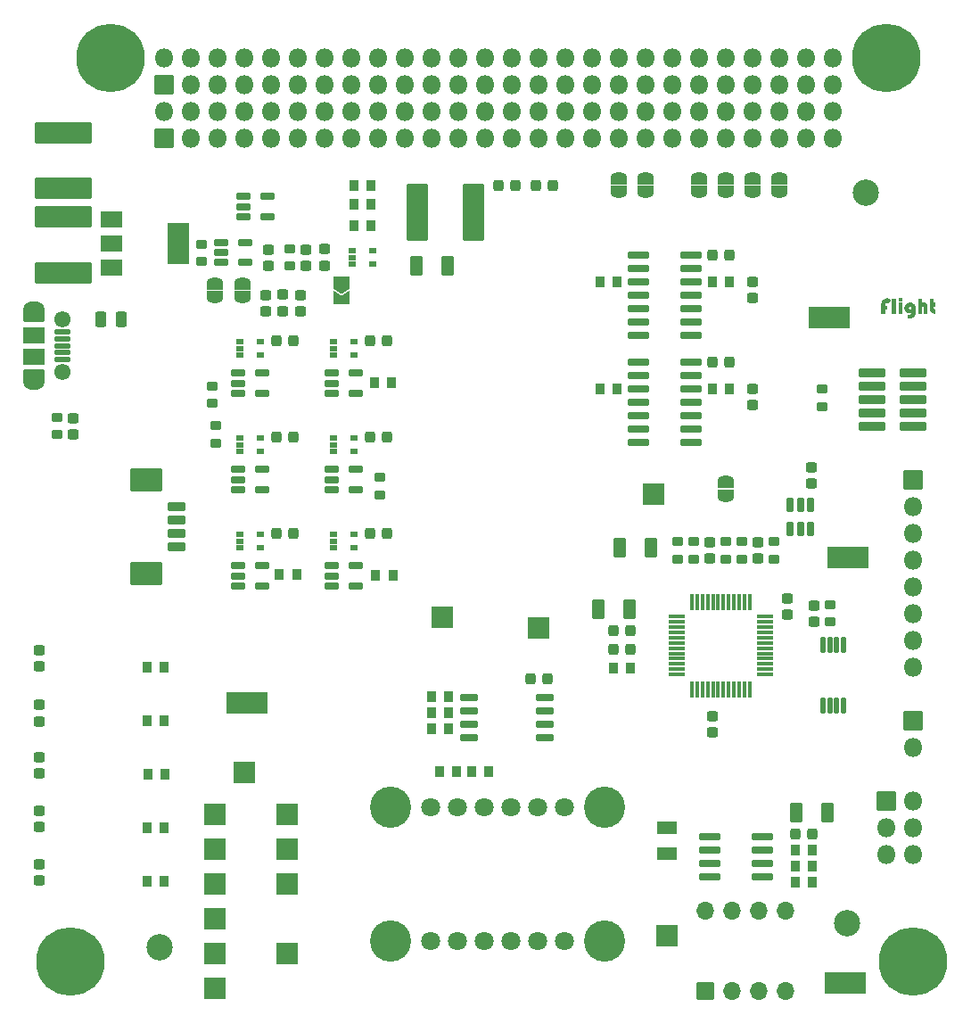
<source format=gts>
%TF.GenerationSoftware,KiCad,Pcbnew,8.0.1*%
%TF.CreationDate,2024-05-29T09:56:21-04:00*%
%TF.ProjectId,Avionics_Board,4176696f-6e69-4637-935f-426f6172642e,rev?*%
%TF.SameCoordinates,PX40311b0PY93281e8*%
%TF.FileFunction,Soldermask,Top*%
%TF.FilePolarity,Negative*%
%FSLAX46Y46*%
G04 Gerber Fmt 4.6, Leading zero omitted, Abs format (unit mm)*
G04 Created by KiCad (PCBNEW 8.0.1) date 2024-05-29 09:56:21*
%MOMM*%
%LPD*%
G01*
G04 APERTURE LIST*
G04 Aperture macros list*
%AMRoundRect*
0 Rectangle with rounded corners*
0 $1 Rounding radius*
0 $2 $3 $4 $5 $6 $7 $8 $9 X,Y pos of 4 corners*
0 Add a 4 corners polygon primitive as box body*
4,1,4,$2,$3,$4,$5,$6,$7,$8,$9,$2,$3,0*
0 Add four circle primitives for the rounded corners*
1,1,$1+$1,$2,$3*
1,1,$1+$1,$4,$5*
1,1,$1+$1,$6,$7*
1,1,$1+$1,$8,$9*
0 Add four rect primitives between the rounded corners*
20,1,$1+$1,$2,$3,$4,$5,0*
20,1,$1+$1,$4,$5,$6,$7,0*
20,1,$1+$1,$6,$7,$8,$9,0*
20,1,$1+$1,$8,$9,$2,$3,0*%
%AMFreePoly0*
4,1,35,0.535921,0.785921,0.550800,0.750000,0.550800,-0.750000,0.535921,-0.785921,0.500000,-0.800800,0.000000,-0.800800,-0.012286,-0.795711,-0.071157,-0.795711,-0.085469,-0.793653,-0.222020,-0.753558,-0.235173,-0.747552,-0.354895,-0.670611,-0.365822,-0.661142,-0.459019,-0.553587,-0.466836,-0.541423,-0.525955,-0.411969,-0.530029,-0.398096,-0.550283,-0.257230,-0.550800,-0.250000,-0.550800,0.250000,
-0.550283,0.257230,-0.530029,0.398096,-0.525955,0.411969,-0.466836,0.541423,-0.459019,0.553587,-0.365822,0.661142,-0.354895,0.670611,-0.235173,0.747552,-0.222020,0.753558,-0.085469,0.793653,-0.071157,0.795711,-0.012286,0.795711,0.000000,0.800800,0.500000,0.800800,0.535921,0.785921,0.535921,0.785921,$1*%
%AMFreePoly1*
4,1,35,0.012286,0.795711,0.071157,0.795711,0.085469,0.793653,0.222020,0.753558,0.235173,0.747552,0.354895,0.670611,0.365822,0.661142,0.459019,0.553587,0.466836,0.541423,0.525955,0.411969,0.530029,0.398096,0.550283,0.257230,0.550800,0.250000,0.550800,-0.250000,0.550283,-0.257230,0.530029,-0.398096,0.525955,-0.411969,0.466836,-0.541423,0.459019,-0.553587,0.365822,-0.661142,
0.354895,-0.670611,0.235173,-0.747552,0.222020,-0.753558,0.085469,-0.793653,0.071157,-0.795711,0.012286,-0.795711,0.000000,-0.800800,-0.500000,-0.800800,-0.535921,-0.785921,-0.550800,-0.750000,-0.550800,0.750000,-0.535921,0.785921,-0.500000,0.800800,0.000000,0.800800,0.012286,0.795711,0.012286,0.795711,$1*%
%AMFreePoly2*
4,1,16,0.535921,0.785921,0.542268,0.778179,1.042268,0.028179,1.049813,-0.009963,1.042268,-0.028179,0.542268,-0.778179,0.509963,-0.799813,0.500000,-0.800800,-0.500000,-0.800800,-0.535921,-0.785921,-0.550800,-0.750000,-0.550800,0.750000,-0.535921,0.785921,-0.500000,0.800800,0.500000,0.800800,0.535921,0.785921,0.535921,0.785921,$1*%
%AMFreePoly3*
4,1,16,0.535921,0.785921,0.550800,0.750000,0.550800,-0.750000,0.535921,-0.785921,0.500000,-0.800800,-0.650000,-0.800800,-0.685921,-0.785921,-0.700800,-0.750000,-0.692268,-0.721821,-0.211054,0.000000,-0.692268,0.721821,-0.699813,0.759963,-0.678179,0.792268,-0.650000,0.800800,0.500000,0.800800,0.535921,0.785921,0.535921,0.785921,$1*%
G04 Aperture macros list end*
%ADD10C,0.141224*%
%ADD11FreePoly0,90.000000*%
%ADD12FreePoly1,90.000000*%
%ADD13C,6.501600*%
%ADD14RoundRect,0.225400X0.225400X0.300400X-0.225400X0.300400X-0.225400X-0.300400X0.225400X-0.300400X0*%
%ADD15RoundRect,0.250400X-0.275400X0.250400X-0.275400X-0.250400X0.275400X-0.250400X0.275400X0.250400X0*%
%ADD16RoundRect,0.175400X-0.537900X-0.175400X0.537900X-0.175400X0.537900X0.175400X-0.537900X0.175400X0*%
%ADD17RoundRect,0.050800X0.850000X-0.850000X0.850000X0.850000X-0.850000X0.850000X-0.850000X-0.850000X0*%
%ADD18O,1.801600X1.801600*%
%ADD19RoundRect,0.050800X-1.900000X-1.000000X1.900000X-1.000000X1.900000X1.000000X-1.900000X1.000000X0*%
%ADD20RoundRect,0.050800X-0.325000X-0.200000X0.325000X-0.200000X0.325000X0.200000X-0.325000X0.200000X0*%
%ADD21RoundRect,0.244150X-0.281650X0.244150X-0.281650X-0.244150X0.281650X-0.244150X0.281650X0.244150X0*%
%ADD22RoundRect,0.050800X0.900000X-0.500000X0.900000X0.500000X-0.900000X0.500000X-0.900000X-0.500000X0*%
%ADD23RoundRect,0.225400X0.300400X-0.225400X0.300400X0.225400X-0.300400X0.225400X-0.300400X-0.225400X0*%
%ADD24RoundRect,0.050800X1.000000X-1.000000X1.000000X1.000000X-1.000000X1.000000X-1.000000X-1.000000X0*%
%ADD25RoundRect,0.225400X-0.300400X0.225400X-0.300400X-0.225400X0.300400X-0.225400X0.300400X0.225400X0*%
%ADD26RoundRect,0.100400X-0.687900X-0.100400X0.687900X-0.100400X0.687900X0.100400X-0.687900X0.100400X0*%
%ADD27RoundRect,0.100400X-0.100400X-0.687900X0.100400X-0.687900X0.100400X0.687900X-0.100400X0.687900X0*%
%ADD28RoundRect,0.175400X-0.850400X-0.175400X0.850400X-0.175400X0.850400X0.175400X-0.850400X0.175400X0*%
%ADD29RoundRect,0.250400X0.275400X-0.250400X0.275400X0.250400X-0.275400X0.250400X-0.275400X-0.250400X0*%
%ADD30RoundRect,0.050800X-1.000000X-1.000000X1.000000X-1.000000X1.000000X1.000000X-1.000000X1.000000X0*%
%ADD31RoundRect,0.250400X0.250400X0.275400X-0.250400X0.275400X-0.250400X-0.275400X0.250400X-0.275400X0*%
%ADD32RoundRect,0.050800X-0.850000X-0.850000X0.850000X-0.850000X0.850000X0.850000X-0.850000X0.850000X0*%
%ADD33RoundRect,0.244150X0.244150X0.281650X-0.244150X0.281650X-0.244150X-0.281650X0.244150X-0.281650X0*%
%ADD34C,2.500000*%
%ADD35RoundRect,0.175400X-0.675400X-0.175400X0.675400X-0.175400X0.675400X0.175400X-0.675400X0.175400X0*%
%ADD36RoundRect,0.250400X-0.250400X-0.275400X0.250400X-0.275400X0.250400X0.275400X-0.250400X0.275400X0*%
%ADD37RoundRect,0.272087X0.353713X0.678713X-0.353713X0.678713X-0.353713X-0.678713X0.353713X-0.678713X0*%
%ADD38RoundRect,0.225400X-0.225400X-0.300400X0.225400X-0.300400X0.225400X0.300400X-0.225400X0.300400X0*%
%ADD39RoundRect,0.050800X-1.000000X-0.750000X1.000000X-0.750000X1.000000X0.750000X-1.000000X0.750000X0*%
%ADD40RoundRect,0.050800X-1.000000X-1.900000X1.000000X-1.900000X1.000000X1.900000X-1.000000X1.900000X0*%
%ADD41RoundRect,0.225400X-0.625400X0.225400X-0.625400X-0.225400X0.625400X-0.225400X0.625400X0.225400X0*%
%ADD42RoundRect,0.262096X-1.288704X0.838704X-1.288704X-0.838704X1.288704X-0.838704X1.288704X0.838704X0*%
%ADD43RoundRect,0.050800X-0.675000X0.200000X-0.675000X-0.200000X0.675000X-0.200000X0.675000X0.200000X0*%
%ADD44O,2.001600X1.301600*%
%ADD45RoundRect,0.050800X-0.950000X0.600000X-0.950000X-0.600000X0.950000X-0.600000X0.950000X0.600000X0*%
%ADD46C,1.551600*%
%ADD47RoundRect,0.050800X-0.950000X0.750000X-0.950000X-0.750000X0.950000X-0.750000X0.950000X0.750000X0*%
%ADD48RoundRect,0.269150X-0.269150X-0.481650X0.269150X-0.481650X0.269150X0.481650X-0.269150X0.481650X0*%
%ADD49RoundRect,0.125400X0.125400X-0.662900X0.125400X0.662900X-0.125400X0.662900X-0.125400X-0.662900X0*%
%ADD50RoundRect,0.272087X-0.353713X-0.678713X0.353713X-0.678713X0.353713X0.678713X-0.353713X0.678713X0*%
%ADD51FreePoly0,270.000000*%
%ADD52FreePoly1,270.000000*%
%ADD53RoundRect,0.050800X-1.200000X-0.370000X1.200000X-0.370000X1.200000X0.370000X-1.200000X0.370000X0*%
%ADD54RoundRect,0.262860X2.487940X-0.775440X2.487940X0.775440X-2.487940X0.775440X-2.487940X-0.775440X0*%
%ADD55RoundRect,0.175400X0.175400X-0.537900X0.175400X0.537900X-0.175400X0.537900X-0.175400X-0.537900X0*%
%ADD56RoundRect,0.050800X1.000000X1.000000X-1.000000X1.000000X-1.000000X-1.000000X1.000000X-1.000000X0*%
%ADD57RoundRect,0.050800X0.800000X-0.800000X0.800000X0.800000X-0.800000X0.800000X-0.800000X-0.800000X0*%
%ADD58O,1.701600X1.701600*%
%ADD59C,1.801600*%
%ADD60C,3.911600*%
%ADD61RoundRect,0.244150X-0.244150X-0.281650X0.244150X-0.281650X0.244150X0.281650X-0.244150X0.281650X0*%
%ADD62RoundRect,0.262860X0.775440X2.487940X-0.775440X2.487940X-0.775440X-2.487940X0.775440X-2.487940X0*%
%ADD63FreePoly2,270.000000*%
%ADD64FreePoly3,270.000000*%
G04 APERTURE END LIST*
D10*
G36*
X77515429Y62235399D02*
G01*
X77515429Y61854239D01*
X77373983Y61854239D01*
X77373983Y61473079D01*
X76949273Y61473079D01*
X76949273Y62365305D01*
X76954704Y62453370D01*
X76970996Y62535547D01*
X76998149Y62611834D01*
X77036164Y62682233D01*
X77085041Y62746743D01*
X77103747Y62766937D01*
X77164488Y62821079D01*
X77230856Y62864019D01*
X77302851Y62895757D01*
X77380474Y62916293D01*
X77463723Y62925628D01*
X77492723Y62926250D01*
X77571387Y62921143D01*
X77645925Y62905821D01*
X77716337Y62880285D01*
X77782623Y62844535D01*
X77844784Y62798570D01*
X77902819Y62742391D01*
X77924878Y62717059D01*
X77576102Y62465062D01*
X77532147Y62527506D01*
X77472251Y62545091D01*
X77401717Y62515647D01*
X77375518Y62442496D01*
X77373983Y62411089D01*
X77373983Y62235399D01*
X77515429Y62235399D01*
G37*
G36*
X78367827Y62902428D02*
G01*
X78367827Y61473079D01*
X77976617Y61473079D01*
X77976617Y62902428D01*
X78367827Y62902428D01*
G37*
G36*
X78985722Y62521268D02*
G01*
X78985722Y61473079D01*
X78594512Y61473079D01*
X78594512Y62521268D01*
X78985722Y62521268D01*
G37*
G36*
X78791048Y62997718D02*
G01*
X78865307Y62983480D01*
X78928771Y62940767D01*
X78972322Y62878605D01*
X78986839Y62806021D01*
X78973066Y62730459D01*
X78931749Y62669786D01*
X78864788Y62628254D01*
X78791048Y62616558D01*
X78717226Y62628254D01*
X78649974Y62669786D01*
X78607280Y62734746D01*
X78595257Y62806021D01*
X78611645Y62882796D01*
X78653324Y62940767D01*
X78716789Y62983480D01*
X78791048Y62997718D01*
G37*
G36*
X79769258Y61905234D02*
G01*
X79769258Y61544547D01*
X79696424Y61528262D01*
X79621550Y61520934D01*
X79606967Y61520724D01*
X79526856Y61527564D01*
X79452301Y61548083D01*
X79383304Y61582281D01*
X79319865Y61630159D01*
X79286108Y61663659D01*
X79234910Y61729402D01*
X79196287Y61801236D01*
X79170239Y61879162D01*
X79156766Y61963179D01*
X79154713Y62013924D01*
X79160261Y62095354D01*
X79176907Y62171864D01*
X79204649Y62243454D01*
X79243488Y62310123D01*
X79293425Y62371872D01*
X79312536Y62391361D01*
X79374399Y62443605D01*
X79441338Y62485040D01*
X79513355Y62515666D01*
X79590450Y62535483D01*
X79672622Y62544490D01*
X79701140Y62545091D01*
X79776662Y62540256D01*
X79850147Y62525752D01*
X79921597Y62501579D01*
X79935643Y62495585D01*
X80006953Y62457547D01*
X80066826Y62411504D01*
X80111334Y62362700D01*
X80152959Y62296334D01*
X80184361Y62218070D01*
X80203140Y62141516D01*
X80214407Y62056221D01*
X80218058Y61978464D01*
X80218163Y61962185D01*
X80218163Y61617131D01*
X80214291Y61533366D01*
X80202677Y61454689D01*
X80183321Y61381102D01*
X80149873Y61299515D01*
X80105275Y61225255D01*
X80059594Y61168971D01*
X79996768Y61110402D01*
X79927215Y61063951D01*
X79850937Y61029617D01*
X79767932Y61007401D01*
X79693623Y60998145D01*
X79646795Y60996630D01*
X79571213Y61003470D01*
X79493953Y61020220D01*
X79451005Y61032364D01*
X79451005Y61384117D01*
X79523032Y61362476D01*
X79600944Y61353997D01*
X79605851Y61353967D01*
X79683997Y61364963D01*
X79750154Y61401401D01*
X79769258Y61420596D01*
X79808698Y61489613D01*
X79824925Y61566350D01*
X79826953Y61610803D01*
X79826953Y62004991D01*
X79816441Y62081822D01*
X79769724Y62145150D01*
X79694068Y62163931D01*
X79620044Y62143164D01*
X79595056Y62123731D01*
X79555979Y62059597D01*
X79552622Y62031046D01*
X79575235Y61958323D01*
X79592823Y61938734D01*
X79660802Y61904799D01*
X79692951Y61901884D01*
X79769258Y61905234D01*
G37*
G36*
X80833452Y62902428D02*
G01*
X80833452Y62469529D01*
X80901779Y62512549D01*
X80976317Y62539114D01*
X81032221Y62545091D01*
X81112252Y62536375D01*
X81182331Y62510229D01*
X81248525Y62460735D01*
X81271562Y62434912D01*
X81314387Y62367021D01*
X81340687Y62296391D01*
X81355913Y62216084D01*
X81360152Y62137875D01*
X81360152Y61473079D01*
X80968570Y61473079D01*
X80968570Y62026952D01*
X80964095Y62101399D01*
X80954426Y62136014D01*
X80899336Y62163931D01*
X80841237Y62111832D01*
X80833452Y62042958D01*
X80833452Y61473079D01*
X80442243Y61473079D01*
X80442243Y62902428D01*
X80833452Y62902428D01*
G37*
G36*
X81931147Y62902428D02*
G01*
X81931147Y62497446D01*
X82107210Y62497446D01*
X82107210Y62092464D01*
X81931147Y62092464D01*
X81935765Y62015416D01*
X81956948Y61939980D01*
X81970231Y61919379D01*
X82035229Y61881154D01*
X82114282Y61872106D01*
X82114282Y61458935D01*
X82069243Y61473079D01*
X81987644Y61478968D01*
X81908953Y61496634D01*
X81833170Y61526078D01*
X81818363Y61533380D01*
X81749392Y61575481D01*
X81689508Y61625942D01*
X81638713Y61684764D01*
X81629644Y61697532D01*
X81590234Y61768999D01*
X81564988Y61840388D01*
X81548362Y61920042D01*
X81540973Y61994894D01*
X81539565Y62048169D01*
X81539565Y62902428D01*
X81931147Y62902428D01*
G37*
D11*
%TO.C,JP2*%
X52070000Y73005000D03*
D12*
X52070000Y74305000D03*
%TD*%
D13*
%TO.C,H5*%
X80010000Y-5000D03*
%TD*%
D14*
%TO.C,R14*%
X28511000Y69845000D03*
X26861000Y69845000D03*
%TD*%
D15*
%TO.C,C18*%
X60960000Y23254000D03*
X60960000Y21704000D03*
%TD*%
D16*
%TO.C,U24*%
X24770500Y37521000D03*
X24770500Y36571000D03*
X24770500Y35621000D03*
X27045500Y35621000D03*
X27045500Y37521000D03*
%TD*%
D17*
%TO.C,H1*%
X8890000Y78105000D03*
D18*
X8890000Y80645000D03*
X11430000Y78105000D03*
X11430000Y80655000D03*
X13970000Y78105000D03*
X13970000Y80655000D03*
X16510000Y78105000D03*
X16510000Y80655000D03*
X19050000Y78105000D03*
X19050000Y80655000D03*
X21590000Y78105000D03*
X21590000Y80655000D03*
X24130000Y78105000D03*
X24130000Y80655000D03*
X26670000Y78105000D03*
X26670000Y80655000D03*
X29210000Y78105000D03*
X29210000Y80655000D03*
X31750000Y78105000D03*
X31750000Y80655000D03*
X34290000Y78105000D03*
X34290000Y80655000D03*
X36830000Y78105000D03*
X36830000Y80655000D03*
X39370000Y78105000D03*
X39370000Y80655000D03*
X41910000Y78105000D03*
X41910000Y80655000D03*
X44450000Y78105000D03*
X44450000Y80655000D03*
X46990000Y78105000D03*
X46990000Y80655000D03*
X49530000Y78105000D03*
X49530000Y80655000D03*
X52070000Y78105000D03*
X52070000Y80655000D03*
X54610000Y78105000D03*
X54610000Y80655000D03*
X57150000Y78105000D03*
X57150000Y80655000D03*
X59690000Y78105000D03*
X59690000Y80655000D03*
X62230000Y78105000D03*
X62230000Y80655000D03*
X64770000Y78105000D03*
X64770000Y80655000D03*
X67310000Y78105000D03*
X67310000Y80655000D03*
X69850000Y78105000D03*
X69850000Y80655000D03*
X72390000Y78105000D03*
X72390000Y80655000D03*
%TD*%
D19*
%TO.C,TP17*%
X73533000Y-2032001D03*
%TD*%
D20*
%TO.C,U13*%
X16068000Y40523000D03*
X16068000Y39873000D03*
X16068000Y39223000D03*
X17968000Y39223000D03*
X17968000Y40523000D03*
%TD*%
D14*
%TO.C,R7*%
X35877000Y22093000D03*
X34227000Y22093000D03*
%TD*%
D21*
%TO.C,D1*%
X-2984574Y9220960D03*
X-2984574Y7645960D03*
%TD*%
D14*
%TO.C,R11*%
X70421000Y9017000D03*
X68771000Y9017000D03*
%TD*%
D22*
%TO.C,Y1*%
X56642000Y12675000D03*
X56642000Y10175000D03*
%TD*%
D23*
%TO.C,R23*%
X62230000Y38164000D03*
X62230000Y39814000D03*
%TD*%
D24*
%TO.C,TP6*%
X13716000Y-2545000D03*
%TD*%
D25*
%TO.C,R35*%
X29337000Y45909999D03*
X29337000Y44259999D03*
%TD*%
D16*
%TO.C,U7*%
X16388500Y72573000D03*
X16388500Y71623000D03*
X16388500Y70673000D03*
X18663500Y70673000D03*
X18663500Y72573000D03*
%TD*%
D15*
%TO.C,C32*%
X21840326Y63259015D03*
X21840326Y61709015D03*
%TD*%
D20*
%TO.C,U21*%
X24958000Y49667000D03*
X24958000Y49017000D03*
X24958000Y48367000D03*
X26858000Y48367000D03*
X26858000Y49667000D03*
%TD*%
D26*
%TO.C,U9*%
X57559500Y32717000D03*
X57559500Y32217000D03*
X57559500Y31717000D03*
X57559500Y31217000D03*
X57559500Y30717000D03*
X57559500Y30217000D03*
X57559500Y29717000D03*
X57559500Y29217000D03*
X57559500Y28717000D03*
X57559500Y28217000D03*
X57559500Y27717000D03*
X57559500Y27217000D03*
D27*
X58972000Y25804500D03*
X59472000Y25804500D03*
X59972000Y25804500D03*
X60472000Y25804500D03*
X60972000Y25804500D03*
X61472000Y25804500D03*
X61972000Y25804500D03*
X62472000Y25804500D03*
X62972000Y25804500D03*
X63472000Y25804500D03*
X63972000Y25804500D03*
X64472000Y25804500D03*
D26*
X65884500Y27217000D03*
X65884500Y27717000D03*
X65884500Y28217000D03*
X65884500Y28717000D03*
X65884500Y29217000D03*
X65884500Y29717000D03*
X65884500Y30217000D03*
X65884500Y30717000D03*
X65884500Y31217000D03*
X65884500Y31717000D03*
X65884500Y32217000D03*
X65884500Y32717000D03*
D27*
X64472000Y34129500D03*
X63972000Y34129500D03*
X63472000Y34129500D03*
X62972000Y34129500D03*
X62472000Y34129500D03*
X61972000Y34129500D03*
X61472000Y34129500D03*
X60972000Y34129500D03*
X60472000Y34129500D03*
X59972000Y34129500D03*
X59472000Y34129500D03*
X58972000Y34129500D03*
%TD*%
D24*
%TO.C,TP12*%
X16510000Y17907000D03*
%TD*%
D14*
%TO.C,R18*%
X8890000Y12695000D03*
X7240000Y12695000D03*
%TD*%
D28*
%TO.C,U3*%
X60706000Y11806000D03*
X60706000Y10536000D03*
X60706000Y9266000D03*
X60706000Y7996000D03*
X65656000Y7996000D03*
X65656000Y9266000D03*
X65656000Y10536000D03*
X65656000Y11806000D03*
%TD*%
D19*
%TO.C,TP16*%
X16764000Y24510999D03*
%TD*%
D21*
%TO.C,L3*%
X20129426Y63271515D03*
X20129426Y61696515D03*
%TD*%
D20*
%TO.C,U19*%
X24958000Y58811000D03*
X24958000Y58161000D03*
X24958000Y57511000D03*
X26858000Y57511000D03*
X26858000Y58811000D03*
%TD*%
D14*
%TO.C,R15*%
X28511000Y73655000D03*
X26861000Y73655000D03*
%TD*%
D24*
%TO.C,TP14*%
X35306000Y32639000D03*
%TD*%
D13*
%TO.C,H3*%
X3810000Y85725000D03*
%TD*%
D29*
%TO.C,C21*%
X70612000Y32240000D03*
X70612000Y33790000D03*
%TD*%
D30*
%TO.C,TP5*%
X13716000Y757000D03*
%TD*%
D31*
%TO.C,C31*%
X29985000Y40635000D03*
X28435000Y40635000D03*
%TD*%
D32*
%TO.C,J1*%
X80010000Y45715000D03*
D18*
X80010000Y43175000D03*
X80010000Y40635000D03*
X80010000Y38095000D03*
X80010000Y35555000D03*
X80010000Y33015000D03*
X80010000Y30475000D03*
X80010000Y27935000D03*
%TD*%
D14*
%TO.C,R4*%
X53149000Y27813000D03*
X51499000Y27813000D03*
%TD*%
D24*
%TO.C,TP15*%
X44450000Y31623000D03*
%TD*%
D33*
%TO.C,L1*%
X42189500Y73655000D03*
X40614500Y73655000D03*
%TD*%
D24*
%TO.C,TP8*%
X20574000Y10663000D03*
%TD*%
D34*
%TO.C,FID3*%
X73723426Y3607460D03*
%TD*%
D14*
%TO.C,R5*%
X35877000Y25141000D03*
X34227000Y25141000D03*
%TD*%
D15*
%TO.C,C25*%
X64770000Y54364000D03*
X64770000Y52814000D03*
%TD*%
D14*
%TO.C,R27*%
X51879000Y64511000D03*
X50229000Y64511000D03*
%TD*%
D13*
%TO.C,H6*%
X0Y0D03*
%TD*%
D35*
%TO.C,U1*%
X37802000Y25014000D03*
X37802000Y23744000D03*
X37802000Y22474000D03*
X37802000Y21204000D03*
X45002000Y21204000D03*
X45002000Y22474000D03*
X45002000Y23744000D03*
X45002000Y25014000D03*
%TD*%
D23*
%TO.C,R2*%
X57658000Y38164000D03*
X57658000Y39814000D03*
%TD*%
D19*
%TO.C,TP18*%
X73787000Y38353999D03*
%TD*%
D28*
%TO.C,U12*%
X53913000Y56891000D03*
X53913000Y55621000D03*
X53913000Y54351000D03*
X53913000Y53081000D03*
X53913000Y51811000D03*
X53913000Y50541000D03*
X53913000Y49271000D03*
X58863000Y49271000D03*
X58863000Y50541000D03*
X58863000Y51811000D03*
X58863000Y53081000D03*
X58863000Y54351000D03*
X58863000Y55621000D03*
X58863000Y56891000D03*
%TD*%
D30*
%TO.C,TP2*%
X13716000Y10663000D03*
%TD*%
%TO.C,TP3*%
X13716000Y7361000D03*
%TD*%
D15*
%TO.C,C7*%
X24130000Y67585000D03*
X24130000Y66035000D03*
%TD*%
D21*
%TO.C,D4*%
X-2984574Y24333960D03*
X-2984574Y22758960D03*
%TD*%
D36*
%TO.C,C1*%
X43675000Y26797000D03*
X45225000Y26797000D03*
%TD*%
D15*
%TO.C,C33*%
X18465426Y63259015D03*
X18465426Y61709015D03*
%TD*%
D37*
%TO.C,C14*%
X35765000Y66035000D03*
X32815000Y66035000D03*
%TD*%
D38*
%TO.C,R34*%
X28956426Y36627460D03*
X30606426Y36627460D03*
%TD*%
D15*
%TO.C,C8*%
X22352000Y67572000D03*
X22352000Y66022000D03*
%TD*%
D19*
%TO.C,TP19*%
X72009000Y61086999D03*
%TD*%
D39*
%TO.C,U8*%
X3898426Y70423460D03*
X3898426Y68123460D03*
D40*
X10198426Y68123460D03*
D39*
X3898426Y65823460D03*
%TD*%
D14*
%TO.C,R17*%
X8890000Y7615000D03*
X7240000Y7615000D03*
%TD*%
D25*
%TO.C,R19*%
X-1270000Y51620000D03*
X-1270000Y49970000D03*
%TD*%
D41*
%TO.C,J6*%
X10037426Y43120460D03*
X10037426Y41870460D03*
X10037426Y40620460D03*
X10037426Y39370460D03*
D42*
X7137426Y45670460D03*
X7137426Y36820460D03*
%TD*%
D38*
%TO.C,R22*%
X7240000Y27935000D03*
X8890000Y27935000D03*
%TD*%
D14*
%TO.C,R13*%
X28511000Y71877000D03*
X26861000Y71877000D03*
%TD*%
D16*
%TO.C,U18*%
X15880500Y46665000D03*
X15880500Y45715000D03*
X15880500Y44765000D03*
X18155500Y44765000D03*
X18155500Y46665000D03*
%TD*%
D28*
%TO.C,U11*%
X53913000Y67051000D03*
X53913000Y65781000D03*
X53913000Y64511000D03*
X53913000Y63241000D03*
X53913000Y61971000D03*
X53913000Y60701000D03*
X53913000Y59431000D03*
X58863000Y59431000D03*
X58863000Y60701000D03*
X58863000Y61971000D03*
X58863000Y63241000D03*
X58863000Y64511000D03*
X58863000Y65781000D03*
X58863000Y67051000D03*
%TD*%
D11*
%TO.C,JP8*%
X16319426Y63013460D03*
D12*
X16319426Y64313460D03*
%TD*%
D43*
%TO.C,J2*%
X-830600Y59715000D03*
X-830600Y59065000D03*
X-830600Y58415000D03*
X-830600Y57765000D03*
X-830600Y57115000D03*
D44*
X-3530600Y61915000D03*
D45*
X-3530600Y61315000D03*
D46*
X-830600Y60915000D03*
D47*
X-3530600Y59415000D03*
X-3530600Y57415000D03*
D46*
X-830600Y55915000D03*
D45*
X-3530600Y55515000D03*
D44*
X-3530600Y54915000D03*
%TD*%
D15*
%TO.C,C10*%
X254000Y51575000D03*
X254000Y50025000D03*
%TD*%
D25*
%TO.C,R37*%
X12382426Y68059460D03*
X12382426Y66409460D03*
%TD*%
D15*
%TO.C,C9*%
X18796000Y67572000D03*
X18796000Y66022000D03*
%TD*%
D36*
%TO.C,C23*%
X60947000Y56891000D03*
X62497000Y56891000D03*
%TD*%
D24*
%TO.C,TP13*%
X55372000Y44323000D03*
%TD*%
D21*
%TO.C,D2*%
X-2984574Y14300960D03*
X-2984574Y12725960D03*
%TD*%
D31*
%TO.C,C30*%
X29985000Y49779000D03*
X28435000Y49779000D03*
%TD*%
D48*
%TO.C,F1*%
X2872500Y60955000D03*
X4747500Y60955000D03*
%TD*%
D34*
%TO.C,FID1*%
X8445426Y1321460D03*
%TD*%
D36*
%TO.C,C22*%
X60947000Y67051000D03*
X62497000Y67051000D03*
%TD*%
D30*
%TO.C,TP1*%
X13716000Y13965000D03*
%TD*%
D14*
%TO.C,R9*%
X39687000Y18029000D03*
X38037000Y18029000D03*
%TD*%
D20*
%TO.C,U15*%
X16068000Y58811000D03*
X16068000Y58161000D03*
X16068000Y57511000D03*
X17968000Y57511000D03*
X17968000Y58811000D03*
%TD*%
D29*
%TO.C,C19*%
X68072000Y32880000D03*
X68072000Y34430000D03*
%TD*%
D25*
%TO.C,R16*%
X20828000Y67622000D03*
X20828000Y65972000D03*
%TD*%
D49*
%TO.C,U10*%
X71415000Y24310500D03*
X72065000Y24310500D03*
X72715000Y24310500D03*
X73365000Y24310500D03*
X73365000Y30035500D03*
X72715000Y30035500D03*
X72065000Y30035500D03*
X71415000Y30035500D03*
%TD*%
D50*
%TO.C,C16*%
X50087000Y33401000D03*
X53037000Y33401000D03*
%TD*%
D23*
%TO.C,R1*%
X59182000Y38164000D03*
X59182000Y39814000D03*
%TD*%
D51*
%TO.C,JP10*%
X13652426Y64328460D03*
D52*
X13652426Y63028460D03*
%TD*%
D25*
%TO.C,R26*%
X72136000Y33840000D03*
X72136000Y32190000D03*
%TD*%
D31*
%TO.C,C26*%
X21095000Y40635000D03*
X19545000Y40635000D03*
%TD*%
D38*
%TO.C,R36*%
X28829426Y54915460D03*
X30479426Y54915460D03*
%TD*%
D36*
%TO.C,C5*%
X44183000Y73655000D03*
X45733000Y73655000D03*
%TD*%
D31*
%TO.C,C15*%
X53099000Y31369000D03*
X51549000Y31369000D03*
%TD*%
D53*
%TO.C,J5*%
X76110000Y55875000D03*
X80010000Y55875000D03*
X76110000Y54605000D03*
X80010000Y54605000D03*
X76110000Y53335000D03*
X80010000Y53335000D03*
X76110000Y52065000D03*
X80010000Y52065000D03*
X76110000Y50795000D03*
X80010000Y50795000D03*
%TD*%
D16*
%TO.C,U20*%
X24770500Y55809000D03*
X24770500Y54859000D03*
X24770500Y53909000D03*
X27045500Y53909000D03*
X27045500Y55809000D03*
%TD*%
D24*
%TO.C,TP7*%
X20574000Y13965000D03*
%TD*%
%TO.C,TP9*%
X20574000Y7361000D03*
%TD*%
D14*
%TO.C,R10*%
X70421000Y7493000D03*
X68771000Y7493000D03*
%TD*%
%TO.C,R6*%
X35877000Y23617000D03*
X34227000Y23617000D03*
%TD*%
D20*
%TO.C,U17*%
X16068000Y49667000D03*
X16068000Y49017000D03*
X16068000Y48367000D03*
X17968000Y48367000D03*
X17968000Y49667000D03*
%TD*%
D50*
%TO.C,C20*%
X52119000Y39243000D03*
X55069000Y39243000D03*
%TD*%
D11*
%TO.C,JP5*%
X62230000Y73005000D03*
D12*
X62230000Y74305000D03*
%TD*%
D54*
%TO.C,C12*%
X-698574Y73359960D03*
X-698574Y78634960D03*
%TD*%
D21*
%TO.C,D3*%
X-2984574Y19380960D03*
X-2984574Y17805960D03*
%TD*%
D15*
%TO.C,C4*%
X70358000Y46876000D03*
X70358000Y45326000D03*
%TD*%
D55*
%TO.C,U5*%
X68326000Y41021000D03*
X69276000Y41021000D03*
X70226000Y41021000D03*
X70226000Y43296000D03*
X69276000Y43296000D03*
X68326000Y43296000D03*
%TD*%
D14*
%TO.C,R21*%
X8890000Y22855000D03*
X7240000Y22855000D03*
%TD*%
D32*
%TO.C,J3*%
X80010000Y22855000D03*
D18*
X80010000Y20315000D03*
%TD*%
D11*
%TO.C,JP7*%
X67310000Y73005000D03*
D12*
X67310000Y74305000D03*
%TD*%
D23*
%TO.C,R31*%
X13779426Y49201460D03*
X13779426Y50851460D03*
%TD*%
D15*
%TO.C,C24*%
X64770000Y64524000D03*
X64770000Y62974000D03*
%TD*%
D31*
%TO.C,C28*%
X21095000Y49779000D03*
X19545000Y49779000D03*
%TD*%
D54*
%TO.C,C11*%
X-698574Y65358960D03*
X-698574Y70633960D03*
%TD*%
D16*
%TO.C,U25*%
X14298426Y68250460D03*
X14298426Y67300460D03*
X14298426Y66350460D03*
X16573426Y66350460D03*
X16573426Y68250460D03*
%TD*%
D11*
%TO.C,JP3*%
X54610000Y73005000D03*
D12*
X54610000Y74305000D03*
%TD*%
D14*
%TO.C,R8*%
X36639000Y18029000D03*
X34989000Y18029000D03*
%TD*%
D16*
%TO.C,U22*%
X24770500Y46665000D03*
X24770500Y45715000D03*
X24770500Y44765000D03*
X27045500Y44765000D03*
X27045500Y46665000D03*
%TD*%
D31*
%TO.C,C2*%
X70371000Y12065000D03*
X68821000Y12065000D03*
%TD*%
D38*
%TO.C,R33*%
X19812426Y36754460D03*
X21462426Y36754460D03*
%TD*%
D25*
%TO.C,R25*%
X71374000Y54292000D03*
X71374000Y52642000D03*
%TD*%
D56*
%TO.C,TP10*%
X56642000Y2413000D03*
%TD*%
D13*
%TO.C,H4*%
X77470000Y85725000D03*
%TD*%
D16*
%TO.C,U14*%
X15880500Y37521000D03*
X15880500Y36571000D03*
X15880500Y35621000D03*
X18155500Y35621000D03*
X18155500Y37521000D03*
%TD*%
%TO.C,U16*%
X15880500Y55809000D03*
X15880500Y54859000D03*
X15880500Y53909000D03*
X18155500Y53909000D03*
X18155500Y55809000D03*
%TD*%
D11*
%TO.C,JP6*%
X64770000Y73005000D03*
D12*
X64770000Y74305000D03*
%TD*%
D25*
%TO.C,R24*%
X63754000Y39814000D03*
X63754000Y38164000D03*
%TD*%
D31*
%TO.C,C27*%
X21095000Y58923000D03*
X19545000Y58923000D03*
%TD*%
D14*
%TO.C,R29*%
X62547000Y64511000D03*
X60897000Y64511000D03*
%TD*%
D23*
%TO.C,R3*%
X66802000Y38164000D03*
X66802000Y39814000D03*
%TD*%
D34*
%TO.C,FID2*%
X75501426Y72949460D03*
%TD*%
D25*
%TO.C,R32*%
X13398426Y54597460D03*
X13398426Y52947460D03*
%TD*%
D24*
%TO.C,TP11*%
X20574000Y757000D03*
%TD*%
D14*
%TO.C,R20*%
X8953000Y17775000D03*
X7303000Y17775000D03*
%TD*%
D20*
%TO.C,U23*%
X24958000Y40523000D03*
X24958000Y39873000D03*
X24958000Y39223000D03*
X26858000Y39223000D03*
X26858000Y40523000D03*
%TD*%
D14*
%TO.C,R28*%
X51879000Y54351000D03*
X50229000Y54351000D03*
%TD*%
D57*
%TO.C,U4*%
X60208000Y-2789000D03*
D58*
X62748000Y-2789000D03*
X65288000Y-2789000D03*
X67828000Y-2789000D03*
X67828000Y4831000D03*
X65288000Y4831000D03*
X62748000Y4831000D03*
X60208000Y4831000D03*
%TD*%
D20*
%TO.C,U6*%
X26736000Y67447000D03*
X26736000Y66797000D03*
X26736000Y66147000D03*
X28636000Y66147000D03*
X28636000Y67447000D03*
%TD*%
D59*
%TO.C,U2*%
X46831000Y14632000D03*
X44291000Y14632000D03*
X41751000Y14632000D03*
X39211000Y14632000D03*
X36671000Y14632000D03*
X34131000Y14632000D03*
X34131000Y1932000D03*
X36671000Y1932000D03*
X39211000Y1932000D03*
X41751000Y1932000D03*
X44291000Y1932000D03*
X46831000Y1932000D03*
D60*
X30321000Y14632000D03*
X30321000Y1932000D03*
X50641000Y14632000D03*
X50641000Y1932000D03*
%TD*%
D31*
%TO.C,C29*%
X29985000Y58923000D03*
X28435000Y58923000D03*
%TD*%
D29*
%TO.C,C13*%
X65278000Y38214000D03*
X65278000Y39764000D03*
%TD*%
D32*
%TO.C,J4*%
X77470000Y15235000D03*
D18*
X80010000Y15235000D03*
X77470000Y12695000D03*
X80010000Y12695000D03*
X77470000Y10155000D03*
X80010000Y10155000D03*
%TD*%
D14*
%TO.C,R30*%
X62547000Y54351000D03*
X60897000Y54351000D03*
%TD*%
D51*
%TO.C,JP1*%
X62230000Y45481000D03*
D52*
X62230000Y44181000D03*
%TD*%
D21*
%TO.C,D5*%
X-2984574Y29540960D03*
X-2984574Y27965960D03*
%TD*%
D29*
%TO.C,C17*%
X60706000Y38214000D03*
X60706000Y39764000D03*
%TD*%
D61*
%TO.C,L2*%
X51536500Y29591000D03*
X53111500Y29591000D03*
%TD*%
D62*
%TO.C,C6*%
X38197500Y71115000D03*
X32922500Y71115000D03*
%TD*%
D11*
%TO.C,JP4*%
X59690000Y73005000D03*
D12*
X59690000Y74305000D03*
%TD*%
D63*
%TO.C,JP9*%
X25687326Y64389015D03*
D64*
X25687326Y62939015D03*
%TD*%
D17*
%TO.C,H2*%
X8890000Y83185000D03*
D18*
X8890000Y85725000D03*
X11430000Y83185000D03*
X11430000Y85735000D03*
X13970000Y83185000D03*
X13970000Y85735000D03*
X16510000Y83185000D03*
X16510000Y85735000D03*
X19050000Y83185000D03*
X19050000Y85735000D03*
X21590000Y83185000D03*
X21590000Y85735000D03*
X24130000Y83185000D03*
X24130000Y85735000D03*
X26670000Y83185000D03*
X26670000Y85735000D03*
X29210000Y83185000D03*
X29210000Y85735000D03*
X31750000Y83185000D03*
X31750000Y85735000D03*
X34290000Y83185000D03*
X34290000Y85735000D03*
X36830000Y83185000D03*
X36830000Y85735000D03*
X39370000Y83185000D03*
X39370000Y85735000D03*
X41910000Y83185000D03*
X41910000Y85735000D03*
X44450000Y83185000D03*
X44450000Y85735000D03*
X46990000Y83185000D03*
X46990000Y85735000D03*
X49530000Y83185000D03*
X49530000Y85735000D03*
X52070000Y83185000D03*
X52070000Y85735000D03*
X54610000Y83185000D03*
X54610000Y85735000D03*
X57150000Y83185000D03*
X57150000Y85735000D03*
X59690000Y83185000D03*
X59690000Y85735000D03*
X62230000Y83185000D03*
X62230000Y85735000D03*
X64770000Y83185000D03*
X64770000Y85735000D03*
X67310000Y83185000D03*
X67310000Y85735000D03*
X69850000Y83185000D03*
X69850000Y85735000D03*
X72390000Y83185000D03*
X72390000Y85735000D03*
%TD*%
D37*
%TO.C,C3*%
X71833000Y14097000D03*
X68883000Y14097000D03*
%TD*%
D30*
%TO.C,TP4*%
X13716000Y4059000D03*
%TD*%
D14*
%TO.C,R12*%
X70421000Y10541000D03*
X68771000Y10541000D03*
%TD*%
M02*

</source>
